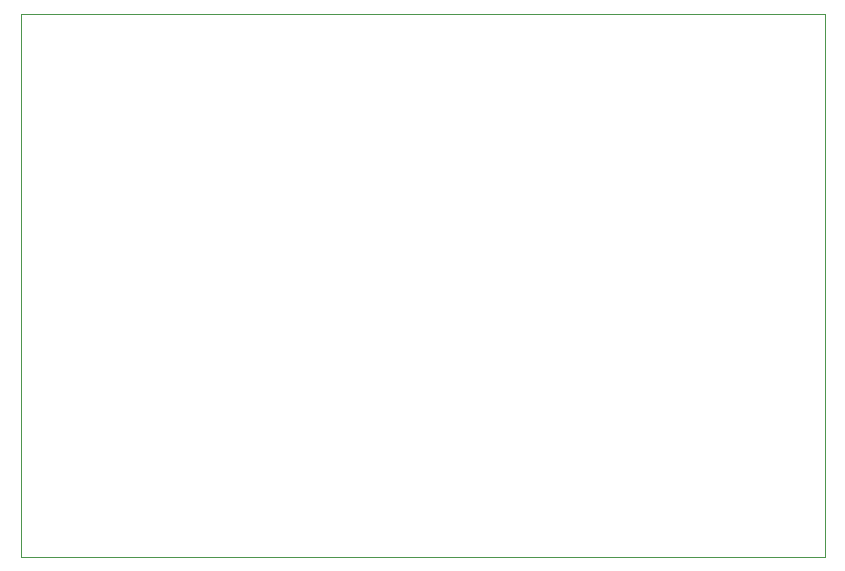
<source format=gbr>
%TF.GenerationSoftware,KiCad,Pcbnew,(6.0.1)*%
%TF.CreationDate,2022-08-15T16:30:33+03:00*%
%TF.ProjectId,Measure,4d656173-7572-4652-9e6b-696361645f70,rev?*%
%TF.SameCoordinates,Original*%
%TF.FileFunction,Profile,NP*%
%FSLAX46Y46*%
G04 Gerber Fmt 4.6, Leading zero omitted, Abs format (unit mm)*
G04 Created by KiCad (PCBNEW (6.0.1)) date 2022-08-15 16:30:33*
%MOMM*%
%LPD*%
G01*
G04 APERTURE LIST*
%TA.AperFunction,Profile*%
%ADD10C,0.100000*%
%TD*%
G04 APERTURE END LIST*
D10*
X190500000Y-107188000D02*
X122428000Y-107188000D01*
X122428000Y-107188000D02*
X122428000Y-61214000D01*
X122428000Y-61214000D02*
X190500000Y-61214000D01*
X190500000Y-61214000D02*
X190500000Y-107188000D01*
M02*

</source>
